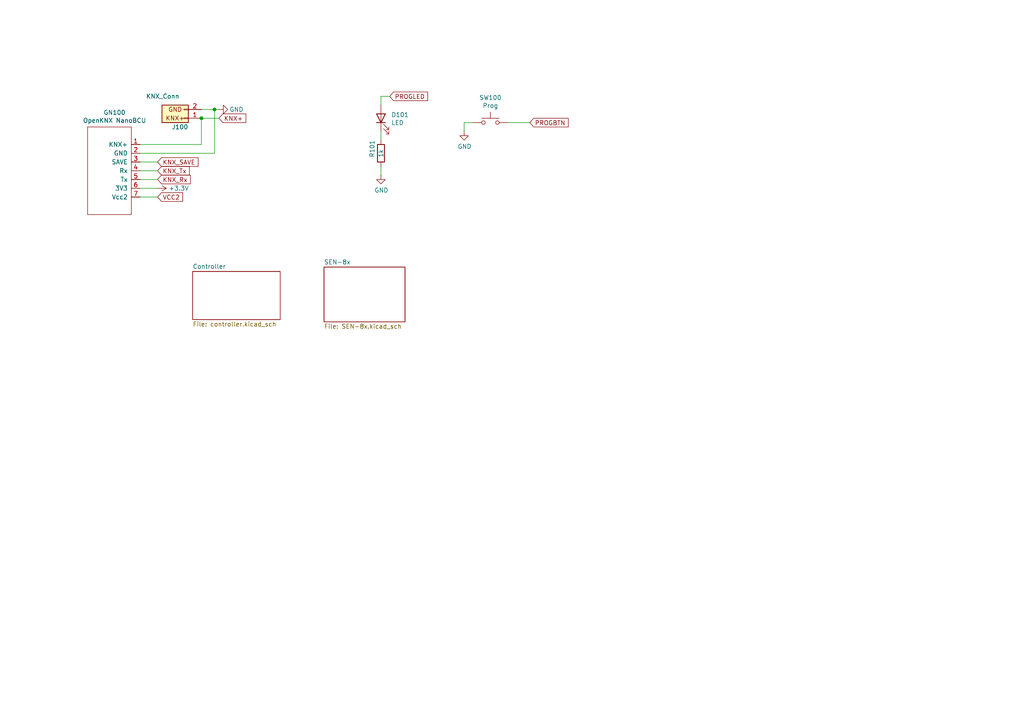
<source format=kicad_sch>
(kicad_sch (version 20231120) (generator "eeschema") (generator_version "8.0")
  (paper "A4")
  (title_block (title "UP1-SEN-8x") (date "2025-07-02") (rev "V01.00") (company "OpenKNX") (comment 1 "by Ing-Dom <dom@ing-dom.de>") (comment 2 "OpenKNX Open Hardware under CC BY-NC-SA 4.0") (comment 4 "https://OpenKNX.de"))
  (lib_symbols
    (symbol "Device:LED" (pin_numbers hide) (pin_names (offset 1.016) hide)
      (property "Reference" "D" (at 0 2.54 0))
      (property "Value" "LED" (at 0 -2.54 0))
      (symbol "LED_0_1"
        (polyline (pts (xy -1.27 -1.27) (xy -1.27 1.27)) (stroke (width 0.254)))
        (polyline (pts (xy -1.27 0) (xy 1.27 0)))
        (polyline (pts (xy 1.27 -1.27) (xy 1.27 1.27) (xy -1.27 0) (xy 1.27 -1.27)) (stroke (width 0.254)))
        (polyline (pts (xy -3.048 -0.762) (xy -4.572 -2.286) (xy -3.81 -2.286) (xy -4.572 -2.286) (xy -4.572 -1.524)))
        (polyline (pts (xy -1.778 -0.762) (xy -3.302 -2.286) (xy -2.54 -2.286) (xy -3.302 -2.286) (xy -3.302 -1.524)))
      )
      (symbol "LED_1_1"
        (pin passive line (at -3.81 0 0) (length 2.54) (name "K") (number "1"))
        (pin passive line (at 3.81 0 180) (length 2.54) (name "A") (number "2"))
      )
    )
    (symbol "Device:R" (pin_numbers hide) (pin_names (offset 0))
      (property "Reference" "R" (at 2.032 0 90))
      (property "Value" "R" (at 0 0 90))
      (symbol "R_0_1"
        (rectangle (start -1.016 -2.54) (end 1.016 2.54) (stroke (width 0.254)))
      )
      (symbol "R_1_1"
        (pin passive line (at 0 3.81 270) (length 1.27) (name "~") (number "1"))
        (pin passive line (at 0 -3.81 90) (length 1.27) (name "~") (number "2"))
      )
    )
    (symbol "OpenKNX:Conn_KNX" (pin_names (offset 1.016) hide)
      (property "Reference" "J" (at 0 2.54 0))
      (property "Value" "Conn_KNX" (at 0 -5.08 0))
      (symbol "Conn_KNX_0_0"
        (text "GND" (at 2.54 -2.54 0) (effects (font (size 1.27 1.27))))
        (text "KNX+" (at 2.54 0 0) (effects (font (size 1.27 1.27))))
      )
      (symbol "Conn_KNX_1_1"
        (rectangle (start -1.27 -2.413) (end 0 -2.667) (stroke (width 0.1524)))
        (rectangle (start -1.27 0.127) (end 0 -0.127) (stroke (width 0.1524)))
        (rectangle (start -1.27 1.27) (end 6.35 -3.81) (stroke (width 0.254)) (fill (type background)))
        (pin passive line (at -5.08 0 0) (length 3.81) (name "Pin_1") (number "1"))
        (pin passive line (at -5.08 -2.54 0) (length 3.81) (name "Pin_2") (number "2"))
      )
    )
    (symbol "OpenKNX:OpenKNX_BCU" (pin_names (offset 1.016))
      (property "Reference" "GN" (at -5.08 13.97 0))
      (property "Value" "OpenKNX_BCU" (at -3.175 0 90))
      (symbol "OpenKNX_BCU_0_1"
        (rectangle (start 6.35 12.7) (end -6.35 -12.7))
      )
      (symbol "OpenKNX_BCU_1_1"
        (pin bidirectional line (at 8.89 7.62 180) (length 2.54) (name "KNX+") (number "1"))
        (pin bidirectional line (at 8.89 5.08 180) (length 2.54) (name "GND") (number "2"))
        (pin output line (at 8.89 2.54 180) (length 2.54) (name "SAVE") (number "3"))
        (pin input line (at 8.89 0 180) (length 2.54) (name "Rx") (number "4"))
        (pin output line (at 8.89 -2.54 180) (length 2.54) (name "Tx") (number "5"))
        (pin power_out line (at 8.89 -5.08 180) (length 2.54) (name "3V3") (number "6"))
        (pin power_out line (at 8.89 -7.62 180) (length 2.54) (name "Vcc2") (number "7"))
      )
    )
    (symbol "Switch:SW_Push" (pin_numbers hide) (pin_names (offset 1.016) hide)
      (property "Reference" "SW" (at 1.27 2.54 0))
      (property "Value" "SW_Push" (at 0 -1.524 0))
      (symbol "SW_Push_0_1"
        (circle (center -2.032 0) (radius 0.508))
        (polyline (pts (xy 0 1.27) (xy 0 3.048)))
        (polyline (pts (xy 2.54 1.27) (xy -2.54 1.27)))
        (circle (center 2.032 0) (radius 0.508))
        (pin passive line (at -5.08 0 0) (length 2.54) (name "1") (number "1"))
        (pin passive line (at 5.08 0 180) (length 2.54) (name "2") (number "2"))
      )
    )
    (symbol "power:+3.3V" (power) (pin_numbers hide) (pin_names (offset 0) hide)
      (property "Value" "+3.3V" (at 0 3.556 0))
      (symbol "+3.3V_0_1"
        (polyline (pts (xy -0.762 1.27) (xy 0 2.54)))
        (polyline (pts (xy 0 0) (xy 0 2.54)))
        (polyline (pts (xy 0 2.54) (xy 0.762 1.27)))
      )
      (symbol "+3.3V_1_1"
        (pin power_in line (at 0 0 90) (length 0) (name "~") (number "1"))
      )
    )
    (symbol "power:GND" (power) (pin_numbers hide) (pin_names (offset 0) hide)
      (property "Value" "GND" (at 0 -3.81 0))
      (symbol "GND_0_1"
        (polyline (pts (xy 0 0) (xy 0 -1.27) (xy 1.27 -1.27) (xy 0 -2.54) (xy -1.27 -1.27) (xy 0 -1.27)))
      )
      (symbol "GND_1_1"
        (pin power_in line (at 0 0 270) (length 0) (name "~") (number "1"))
      )
    )
  )
  (junction (at 58.42 34.29))
  (junction (at 62.23 31.75))
  (wire (pts (xy 58.42 34.29) (xy 58.42 41.91)))
  (wire (pts (xy 113.03 27.94) (xy 110.49 27.94)))
  (wire (pts (xy 110.49 27.94) (xy 110.49 30.48)))
  (wire (pts (xy 58.42 34.29) (xy 63.5 34.29)))
  (wire (pts (xy 40.64 52.07) (xy 45.72 52.07)))
  (wire (pts (xy 110.49 38.1) (xy 110.49 40.64)))
  (wire (pts (xy 134.62 35.56) (xy 134.62 38.1)))
  (wire (pts (xy 45.72 49.53) (xy 40.64 49.53)))
  (wire (pts (xy 62.23 31.75) (xy 63.5 31.75)))
  (wire (pts (xy 153.67 35.56) (xy 147.32 35.56)))
  (wire (pts (xy 58.42 31.75) (xy 62.23 31.75)))
  (wire (pts (xy 58.42 41.91) (xy 40.64 41.91)))
  (wire (pts (xy 40.64 46.99) (xy 45.72 46.99)))
  (wire (pts (xy 62.23 44.45) (xy 62.23 31.75)))
  (wire (pts (xy 40.64 44.45) (xy 62.23 44.45)))
  (wire (pts (xy 45.72 54.61) (xy 40.64 54.61)))
  (wire (pts (xy 137.16 35.56) (xy 134.62 35.56)))
  (wire (pts (xy 40.64 57.15) (xy 45.72 57.15)))
  (wire (pts (xy 110.49 48.26) (xy 110.49 50.8)))
  (global_label "PROGLED" (shape input) (at 113.03 27.94 0) (property "Intersheetrefs" "${INTERSHEET_REFS}" (effects (hide yes))))
  (global_label "PROGBTN" (shape input) (at 153.67 35.56 0) (property "Intersheetrefs" "${INTERSHEET_REFS}" (effects (hide yes))))
  (global_label "KNX_Tx" (shape input) (at 45.72 49.53 0) (property "Intersheetrefs" "${INTERSHEET_REFS}" (effects (hide yes))))
  (global_label "KNX_Rx" (shape input) (at 45.72 52.07 0) (property "Intersheetrefs" "${INTERSHEET_REFS}" (effects (hide yes))))
  (global_label "KNX+" (shape input) (at 63.5 34.29 0) (property "Intersheetrefs" "${INTERSHEET_REFS}" (effects (hide yes))))
  (global_label "VCC2" (shape input) (at 45.72 57.15 0) (property "Intersheetrefs" "${INTERSHEET_REFS}" (effects (hide yes))))
  (global_label "KNX_SAVE" (shape input) (at 45.72 46.99 0) (property "Intersheetrefs" "${INTERSHEET_REFS}" (effects (hide yes))))
  (symbol (lib_id "power:GND") (at 63.5 31.75 90) (unit 1)
    (property "Reference" "#PWR0103" (effects (hide yes)))
    (property "Value" "GND" (at 68.58 31.75 90))
    (property "Description" "Power symbol creates a global label with name \"GND\" , ground" (effects (hide yes)))
  )
  (symbol (lib_id "OpenKNX:Conn_KNX") (at 53.34 34.29 180) (unit 1) (in_bom no)
    (property "Reference" "J100" (at 54.61 36.83 0) (effects (justify left)))
    (property "Value" "KNX_Conn" (at 52.07 27.94 0) (effects (justify left)))
    (property "Footprint" "OpenKNX:KNX_Connector" (effects (hide yes)))
  )
  (symbol (lib_id "OpenKNX:OpenKNX_BCU") (at 31.75 49.53 0) (unit 1)
    (property "Reference" "GN100" (at 33.2232 32.639 0))
    (property "Value" "OpenKNX NanoBCU" (at 33.2232 34.9504 0))
    (property "Footprint" "OpenKNX:NanoBCU_PinHeader_SMD_low_profile" (effects (hide yes)))
  )
  (symbol (lib_id "Device:LED") (at 110.49 34.29 90) (unit 1)
    (property "Reference" "D101" (at 113.4618 33.2994 90) (effects (justify right)))
    (property "Value" "LED" (at 113.4618 35.6108 90) (effects (justify right)))
    (property "Footprint" "LED_SMD:LED_0603_1608Metric" (effects (hide yes)))
  )
  (symbol (lib_id "Device:R") (at 110.49 44.45 0) (unit 1)
    (property "Reference" "R101" (at 107.95 45.72 90) (effects (justify left)))
    (property "Value" "1k" (at 110.49 45.72 90) (effects (justify left)))
    (property "Footprint" "Resistor_SMD:R_0402_1005Metric" (effects (hide yes)))
  )
  (symbol (lib_id "power:GND") (at 110.49 50.8 0) (unit 1)
    (property "Reference" "#PWR0104" (effects (hide yes)))
    (property "Value" "GND" (at 110.617 55.1942 0))
    (property "Description" "Power symbol creates a global label with name \"GND\" , ground" (effects (hide yes)))
  )
  (symbol (lib_id "power:GND") (at 134.62 38.1 0) (unit 1)
    (property "Reference" "#PWR0105" (effects (hide yes)))
    (property "Value" "GND" (at 134.747 42.4942 0))
    (property "Description" "Power symbol creates a global label with name \"GND\" , ground" (effects (hide yes)))
  )
  (symbol (lib_id "Switch:SW_Push") (at 142.24 35.56 0) (unit 1)
    (property "Reference" "SW100" (at 142.24 28.321 0))
    (property "Value" "Prog" (at 142.24 30.6324 0))
    (property "Footprint" "EasyEDAModLib:C455282_SW-SMD_4P-L4.2-W3.3-P2.15-LS5.1" (effects (hide yes)))
  )
  (symbol (lib_id "power:+3.3V") (at 45.72 54.61 270) (unit 1)
    (property "Reference" "#PWR01" (effects (hide yes)))
    (property "Value" "+3.3V" (at 48.895 54.61 90) (effects (justify left)))
    (property "Description" "Power symbol creates a global label with name \"+3.3V\"" (effects (hide yes)))
  )
  (sheet (at 55.88 78.74) (size 25.4 13.97)
    (property "Sheetname" "Controller" (at 55.88 78.0284 0) (effects (justify left bottom)))
    (property "Sheetfile" "controller.kicad_sch" (at 55.88 93.2946 0) (effects (justify left top)))
  )
  (sheet (at 93.98 77.47) (size 23.495 15.875) (stroke (width 0.1524))
    (property "Sheetname" "SEN-8x" (at 93.98 76.7584 0) (effects (justify left bottom)))
    (property "Sheetfile" "SEN-8x.kicad_sch" (at 93.98 93.9296 0) (effects (justify left top)))
  )
)
</source>
